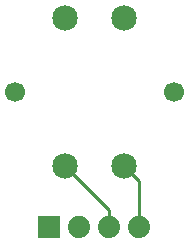
<source format=gbr>
G04 EAGLE Gerber RS-274X export*
G75*
%MOMM*%
%FSLAX34Y34*%
%LPD*%
%INTop Copper*%
%IPPOS*%
%AMOC8*
5,1,8,0,0,1.08239X$1,22.5*%
G01*
%ADD10C,2.159000*%
%ADD11C,1.700000*%
%ADD12R,1.879600X1.879600*%
%ADD13C,1.879600*%
%ADD14C,0.254000*%


D10*
X101200Y189500D03*
X51200Y189500D03*
X51200Y64500D03*
X101200Y64500D03*
D11*
X8700Y127000D03*
X143700Y127000D03*
D12*
X38100Y12700D03*
D13*
X63500Y12700D03*
X88900Y12700D03*
X114300Y12700D03*
D14*
X114300Y51400D01*
X101200Y64500D01*
X88900Y26800D02*
X88900Y12700D01*
X88900Y26800D02*
X51200Y64500D01*
M02*

</source>
